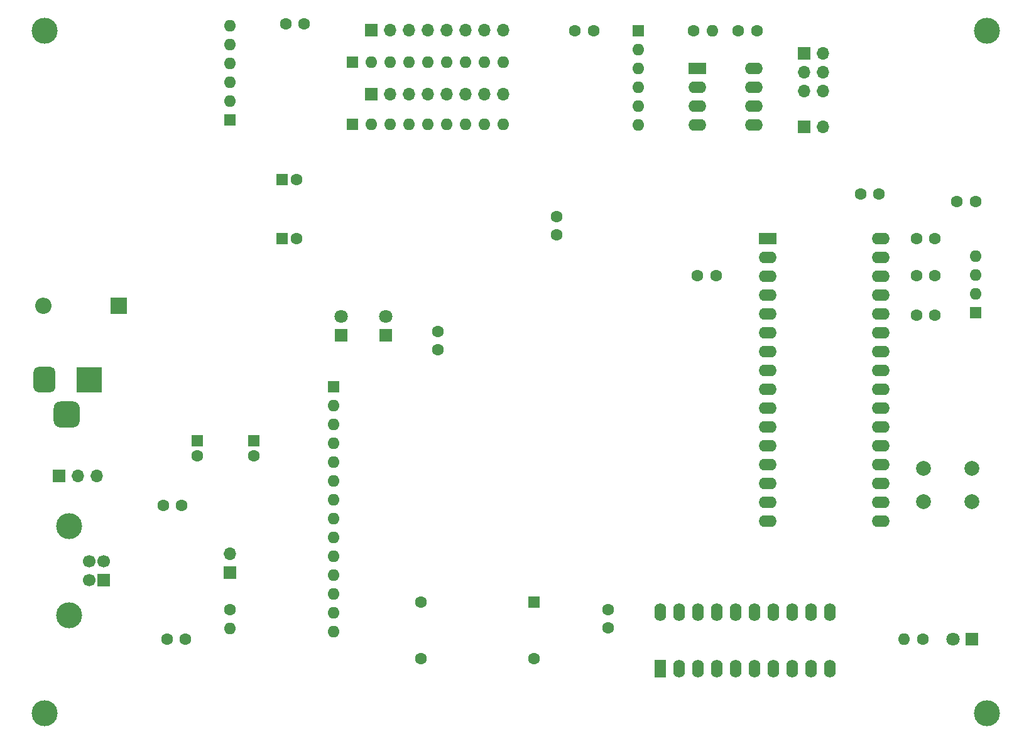
<source format=gbs>
G04 #@! TF.GenerationSoftware,KiCad,Pcbnew,(5.1.10)-1*
G04 #@! TF.CreationDate,2022-06-26T08:24:55-05:00*
G04 #@! TF.ProjectId,z80vga,7a383076-6761-42e6-9b69-6361645f7063,rev?*
G04 #@! TF.SameCoordinates,Original*
G04 #@! TF.FileFunction,Soldermask,Bot*
G04 #@! TF.FilePolarity,Negative*
%FSLAX46Y46*%
G04 Gerber Fmt 4.6, Leading zero omitted, Abs format (unit mm)*
G04 Created by KiCad (PCBNEW (5.1.10)-1) date 2022-06-26 08:24:55*
%MOMM*%
%LPD*%
G01*
G04 APERTURE LIST*
%ADD10C,1.600000*%
%ADD11R,1.600000X1.600000*%
%ADD12O,1.600000X1.600000*%
%ADD13C,1.800000*%
%ADD14R,1.800000X1.800000*%
%ADD15R,1.700000X1.700000*%
%ADD16O,1.700000X1.700000*%
%ADD17C,3.500000*%
%ADD18O,2.400000X1.600000*%
%ADD19R,2.400000X1.600000*%
%ADD20R,3.500000X3.500000*%
%ADD21O,2.200000X2.200000*%
%ADD22R,2.200000X2.200000*%
%ADD23R,1.600000X2.400000*%
%ADD24O,1.600000X2.400000*%
%ADD25C,2.000000*%
%ADD26C,1.700000*%
G04 APERTURE END LIST*
D10*
X68000000Y-54000000D03*
D11*
X66000000Y-54000000D03*
D10*
X68000000Y-62000000D03*
D11*
X66000000Y-62000000D03*
D10*
X110000000Y-114500000D03*
X110000000Y-112000000D03*
X87000000Y-74500000D03*
X87000000Y-77000000D03*
D12*
X59000000Y-114540000D03*
D10*
X59000000Y-112000000D03*
D12*
X73000000Y-115020000D03*
X73000000Y-112480000D03*
X73000000Y-109940000D03*
X73000000Y-107400000D03*
X73000000Y-104860000D03*
X73000000Y-102320000D03*
X73000000Y-99780000D03*
X73000000Y-97240000D03*
X73000000Y-94700000D03*
X73000000Y-92160000D03*
X73000000Y-89620000D03*
X73000000Y-87080000D03*
X73000000Y-84540000D03*
D11*
X73000000Y-82000000D03*
D12*
X124000000Y-34000000D03*
D10*
X121460000Y-34000000D03*
D12*
X149830000Y-116000000D03*
D10*
X152370000Y-116000000D03*
D13*
X156460000Y-116000000D03*
D14*
X159000000Y-116000000D03*
D15*
X59000000Y-107000000D03*
D16*
X59000000Y-104460000D03*
D10*
X62230000Y-91280000D03*
D11*
X62230000Y-89280000D03*
D10*
X54610000Y-91280000D03*
D11*
X54610000Y-89280000D03*
D17*
X161000000Y-34000000D03*
X34000000Y-34000000D03*
X161000000Y-126000000D03*
X34000000Y-126000000D03*
D12*
X114000000Y-46700000D03*
X114000000Y-44160000D03*
X114000000Y-41620000D03*
X114000000Y-39080000D03*
X114000000Y-36540000D03*
D11*
X114000000Y-34000000D03*
D12*
X59000000Y-33300000D03*
X59000000Y-35840000D03*
X59000000Y-38380000D03*
X59000000Y-40920000D03*
X59000000Y-43460000D03*
D11*
X59000000Y-46000000D03*
D16*
X138910000Y-46880000D03*
D15*
X136370000Y-46880000D03*
D16*
X41080000Y-94000000D03*
X38540000Y-94000000D03*
D15*
X36000000Y-94000000D03*
D10*
X105500000Y-34000000D03*
X108000000Y-34000000D03*
X127500000Y-34000000D03*
X130000000Y-34000000D03*
X66500000Y-33000000D03*
X69000000Y-33000000D03*
X103000000Y-61500000D03*
X103000000Y-59000000D03*
X50500000Y-116000000D03*
X53000000Y-116000000D03*
X52500000Y-98000000D03*
X50000000Y-98000000D03*
D18*
X146740000Y-62000000D03*
X131500000Y-100100000D03*
X146740000Y-64540000D03*
X131500000Y-97560000D03*
X146740000Y-67080000D03*
X131500000Y-95020000D03*
X146740000Y-69620000D03*
X131500000Y-92480000D03*
X146740000Y-72160000D03*
X131500000Y-89940000D03*
X146740000Y-74700000D03*
X131500000Y-87400000D03*
X146740000Y-77240000D03*
X131500000Y-84860000D03*
X146740000Y-79780000D03*
X131500000Y-82320000D03*
X146740000Y-82320000D03*
X131500000Y-79780000D03*
X146740000Y-84860000D03*
X131500000Y-77240000D03*
X146740000Y-87400000D03*
X131500000Y-74700000D03*
X146740000Y-89940000D03*
X131500000Y-72160000D03*
X146740000Y-92480000D03*
X131500000Y-69620000D03*
X146740000Y-95020000D03*
X131500000Y-67080000D03*
X146740000Y-97560000D03*
X131500000Y-64540000D03*
X146740000Y-100100000D03*
D19*
X131500000Y-62000000D03*
G36*
G01*
X35250000Y-86575000D02*
X35250000Y-84825000D01*
G75*
G02*
X36125000Y-83950000I875000J0D01*
G01*
X37875000Y-83950000D01*
G75*
G02*
X38750000Y-84825000I0J-875000D01*
G01*
X38750000Y-86575000D01*
G75*
G02*
X37875000Y-87450000I-875000J0D01*
G01*
X36125000Y-87450000D01*
G75*
G02*
X35250000Y-86575000I0J875000D01*
G01*
G37*
G36*
G01*
X32500000Y-82000000D02*
X32500000Y-80000000D01*
G75*
G02*
X33250000Y-79250000I750000J0D01*
G01*
X34750000Y-79250000D01*
G75*
G02*
X35500000Y-80000000I0J-750000D01*
G01*
X35500000Y-82000000D01*
G75*
G02*
X34750000Y-82750000I-750000J0D01*
G01*
X33250000Y-82750000D01*
G75*
G02*
X32500000Y-82000000I0J750000D01*
G01*
G37*
D20*
X40000000Y-81000000D03*
D21*
X33840000Y-71000000D03*
D22*
X44000000Y-71000000D03*
D12*
X159500000Y-64380000D03*
X159500000Y-66920000D03*
X159500000Y-69460000D03*
D11*
X159500000Y-72000000D03*
D10*
X84760000Y-111000000D03*
X84760000Y-118620000D03*
X100000000Y-118620000D03*
D11*
X100000000Y-111000000D03*
D18*
X129620000Y-39000000D03*
X122000000Y-46620000D03*
X129620000Y-41540000D03*
X122000000Y-44080000D03*
X129620000Y-44080000D03*
X122000000Y-41540000D03*
X129620000Y-46620000D03*
D19*
X122000000Y-39000000D03*
D23*
X117000000Y-120000000D03*
D24*
X139860000Y-112380000D03*
X119540000Y-120000000D03*
X137320000Y-112380000D03*
X122080000Y-120000000D03*
X134780000Y-112380000D03*
X124620000Y-120000000D03*
X132240000Y-112380000D03*
X127160000Y-120000000D03*
X129700000Y-112380000D03*
X129700000Y-120000000D03*
X127160000Y-112380000D03*
X132240000Y-120000000D03*
X124620000Y-112380000D03*
X134780000Y-120000000D03*
X122080000Y-112380000D03*
X137320000Y-120000000D03*
X119540000Y-112380000D03*
X139860000Y-120000000D03*
X117000000Y-112380000D03*
D25*
X152500000Y-97500000D03*
X152500000Y-93000000D03*
X159000000Y-97500000D03*
X159000000Y-93000000D03*
D16*
X138910000Y-42080000D03*
X136370000Y-42080000D03*
X138910000Y-39540000D03*
X136370000Y-39540000D03*
X138910000Y-37000000D03*
D15*
X136370000Y-37000000D03*
D16*
X95810000Y-33864000D03*
X93270000Y-33864000D03*
X90730000Y-33864000D03*
X88190000Y-33864000D03*
X85650000Y-33864000D03*
X83110000Y-33864000D03*
X80570000Y-33864000D03*
D15*
X78030000Y-33864000D03*
D17*
X37290000Y-100730000D03*
X37290000Y-112770000D03*
D26*
X40000000Y-108000000D03*
X40000000Y-105500000D03*
X42000000Y-105500000D03*
D15*
X42000000Y-108000000D03*
D10*
X154000000Y-72280000D03*
X151500000Y-72280000D03*
X159500000Y-57000000D03*
X157000000Y-57000000D03*
X154000000Y-67000000D03*
X151500000Y-67000000D03*
X154000000Y-62000000D03*
X151500000Y-62000000D03*
D12*
X95810000Y-38182000D03*
X93270000Y-38182000D03*
X90730000Y-38182000D03*
X88190000Y-38182000D03*
X85650000Y-38182000D03*
X83110000Y-38182000D03*
X80570000Y-38182000D03*
X78030000Y-38182000D03*
D11*
X75490000Y-38182000D03*
D12*
X95810000Y-46546000D03*
X93270000Y-46546000D03*
X90730000Y-46546000D03*
X88190000Y-46546000D03*
X85650000Y-46546000D03*
X83110000Y-46546000D03*
X80570000Y-46546000D03*
X78030000Y-46546000D03*
D11*
X75490000Y-46546000D03*
D16*
X95810000Y-42482000D03*
X93270000Y-42482000D03*
X90730000Y-42482000D03*
X88190000Y-42482000D03*
X85650000Y-42482000D03*
X83110000Y-42482000D03*
X80570000Y-42482000D03*
D15*
X78030000Y-42482000D03*
D13*
X80000000Y-72460000D03*
D14*
X80000000Y-75000000D03*
D13*
X74000000Y-72460000D03*
D14*
X74000000Y-75000000D03*
D10*
X122000000Y-67000000D03*
X124500000Y-67000000D03*
X144000000Y-56000000D03*
X146500000Y-56000000D03*
M02*

</source>
